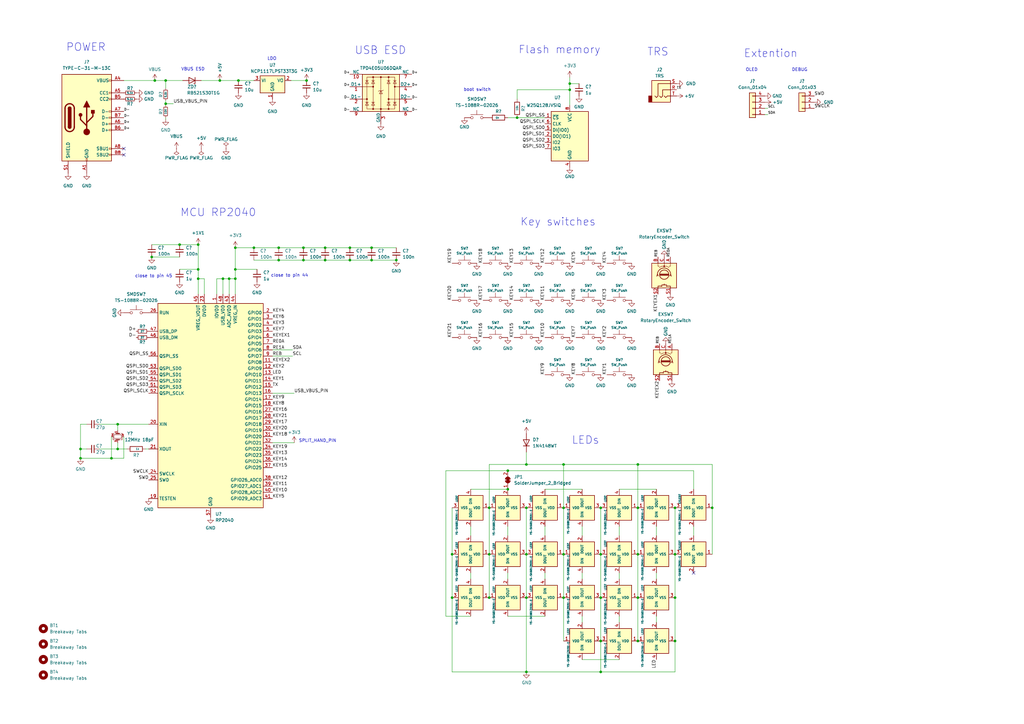
<source format=kicad_sch>
(kicad_sch (version 20231120) (generator "eeschema") (generator_version "8.0")
  (paper "A3")
  (title_block (title "Corne Left") (date "2023-10-07") (rev "4.0.0") (company "foostan"))
  (junction (at 215.9 208.28))
  (junction (at 215.9 190.5))
  (junction (at 162.56 106.68))
  (junction (at 276.86 262.89))
  (junction (at 104.14 101.6))
  (junction (at 200.66 245.11))
  (junction (at 231.14 245.11))
  (junction (at 48.26 184.15))
  (junction (at 81.28 100.33))
  (junction (at 276.86 208.28))
  (junction (at 246.38 262.89))
  (junction (at 246.38 227.33))
  (junction (at 62.23 105.41))
  (junction (at 215.9 227.33))
  (junction (at 96.52 101.6))
  (junction (at 185.42 245.11))
  (junction (at 97.79 33.02))
  (junction (at 114.3 101.6))
  (junction (at 152.4 106.68))
  (junction (at 152.4 101.6))
  (junction (at 133.35 106.68))
  (junction (at 90.17 33.02))
  (junction (at 133.35 101.6))
  (junction (at 276.86 245.11))
  (junction (at 215.9 245.11))
  (junction (at 261.62 190.5))
  (junction (at 208.28 193.04))
  (junction (at 231.14 227.33))
  (junction (at 246.38 245.11))
  (junction (at 125.73 33.02))
  (junction (at 93.98 114.3))
  (junction (at 73.66 100.33))
  (junction (at 81.28 114.3))
  (junction (at 67.945 42.545))
  (junction (at 48.26 173.99))
  (junction (at 233.68 36.83))
  (junction (at 45.72 187.96))
  (junction (at 212.09 48.26))
  (junction (at 33.02 184.15))
  (junction (at 215.9 275.59))
  (junction (at 33.02 187.96))
  (junction (at 63.5 33.02))
  (junction (at 114.3 106.68))
  (junction (at 261.62 227.33))
  (junction (at 246.38 275.59))
  (junction (at 261.62 208.28))
  (junction (at 91.44 114.3))
  (junction (at 67.945 33.02))
  (junction (at 231.14 190.5))
  (junction (at 261.62 262.89))
  (junction (at 96.52 114.3))
  (junction (at 96.52 110.49))
  (junction (at 143.51 106.68))
  (junction (at 261.62 245.11))
  (junction (at 124.46 106.68))
  (junction (at 124.46 101.6))
  (junction (at 200.66 227.33))
  (junction (at 81.28 110.49))
  (junction (at 233.68 34.29))
  (junction (at 231.14 208.28))
  (junction (at 208.28 200.66))
  (junction (at 292.1 208.28))
  (junction (at 276.86 227.33))
  (junction (at 143.51 101.6))
  (junction (at 185.42 227.33))
  (junction (at 200.66 208.28))
  (junction (at 246.38 208.28))
  (no_connect (at 50.8 60.96))
  (no_connect (at 284.48 234.95))
  (no_connect (at 50.8 63.5))
  (wire (pts (xy 261.62 208.28) (xy 261.62 227.33)))
  (wire (pts (xy 91.44 114.3) (xy 93.98 114.3)))
  (wire (pts (xy 62.23 100.33) (xy 73.66 100.33)))
  (wire (pts (xy 96.52 110.49) (xy 105.41 110.49)))
  (wire (pts (xy 261.62 190.5) (xy 292.1 190.5)))
  (wire (pts (xy 233.68 34.29) (xy 233.68 36.83)))
  (wire (pts (xy 133.35 106.68) (xy 143.51 106.68)))
  (wire (pts (xy 185.42 227.33) (xy 185.42 245.11)))
  (wire (pts (xy 83.82 114.3) (xy 81.28 114.3)))
  (wire (pts (xy 233.68 36.83) (xy 233.68 43.18)))
  (wire (pts (xy 276.86 208.28) (xy 276.86 227.33)))
  (wire (pts (xy 81.28 110.49) (xy 81.28 114.3)))
  (wire (pts (xy 33.02 187.96) (xy 45.72 187.96)))
  (wire (pts (xy 104.14 101.6) (xy 114.3 101.6)))
  (wire (pts (xy 96.52 120.65) (xy 96.52 114.3)))
  (wire (pts (xy 185.42 275.59) (xy 215.9 275.59)))
  (wire (pts (xy 48.26 184.15) (xy 48.26 181.61)))
  (wire (pts (xy 231.14 245.11) (xy 231.14 262.89)))
  (wire (pts (xy 246.38 245.11) (xy 246.38 262.89)))
  (wire (pts (xy 208.28 48.26) (xy 212.09 48.26)))
  (wire (pts (xy 45.72 179.07) (xy 45.72 187.96)))
  (wire (pts (xy 246.38 227.33) (xy 246.38 245.11)))
  (wire (pts (xy 111.76 161.29) (xy 120.65 161.29)))
  (wire (pts (xy 67.945 33.02) (xy 74.93 33.02)))
  (wire (pts (xy 212.09 36.83) (xy 212.09 40.64)))
  (wire (pts (xy 143.51 106.68) (xy 152.4 106.68)))
  (wire (pts (xy 254 270.51) (xy 238.76 270.51)))
  (wire (pts (xy 182.88 193.04) (xy 182.88 252.73)))
  (wire (pts (xy 114.3 101.6) (xy 124.46 101.6)))
  (wire (pts (xy 124.46 106.68) (xy 133.35 106.68)))
  (wire (pts (xy 182.88 193.04) (xy 208.28 193.04)))
  (wire (pts (xy 111.76 143.51) (xy 120.015 143.51)))
  (wire (pts (xy 261.62 190.5) (xy 261.62 208.28)))
  (wire (pts (xy 96.52 110.49) (xy 96.52 114.3)))
  (wire (pts (xy 314.96 44.45) (xy 313.69 44.45)))
  (wire (pts (xy 231.14 190.5) (xy 261.62 190.5)))
  (wire (pts (xy 208.28 193.04) (xy 284.48 193.04)))
  (wire (pts (xy 91.44 114.3) (xy 91.44 120.65)))
  (wire (pts (xy 33.02 184.15) (xy 33.02 187.96)))
  (wire (pts (xy 238.76 219.71) (xy 238.76 215.9)))
  (wire (pts (xy 59.69 184.15) (xy 60.96 184.15)))
  (wire (pts (xy 96.52 101.6) (xy 104.14 101.6)))
  (wire (pts (xy 254 215.9) (xy 254 219.71)))
  (wire (pts (xy 238.76 237.49) (xy 238.76 234.95)))
  (wire (pts (xy 215.9 208.28) (xy 215.9 227.33)))
  (wire (pts (xy 40.64 184.15) (xy 48.26 184.15)))
  (wire (pts (xy 215.9 245.11) (xy 215.9 275.59)))
  (wire (pts (xy 81.28 100.33) (xy 81.28 110.49)))
  (wire (pts (xy 73.66 110.49) (xy 81.28 110.49)))
  (wire (pts (xy 67.945 42.545) (xy 67.945 43.18)))
  (wire (pts (xy 124.46 101.6) (xy 133.35 101.6)))
  (wire (pts (xy 208.28 219.71) (xy 208.28 215.9)))
  (wire (pts (xy 40.64 173.99) (xy 48.26 173.99)))
  (wire (pts (xy 276.86 275.59) (xy 246.38 275.59)))
  (wire (pts (xy 200.66 190.5) (xy 200.66 208.28)))
  (wire (pts (xy 215.9 275.59) (xy 246.38 275.59)))
  (wire (pts (xy 269.24 215.9) (xy 269.24 219.71)))
  (wire (pts (xy 81.28 120.65) (xy 81.28 114.3)))
  (wire (pts (xy 233.68 31.75) (xy 233.68 34.29)))
  (wire (pts (xy 215.9 190.5) (xy 231.14 190.5)))
  (wire (pts (xy 292.1 208.28) (xy 292.1 227.33)))
  (wire (pts (xy 238.76 252.73) (xy 238.76 255.27)))
  (wire (pts (xy 231.14 227.33) (xy 231.14 245.11)))
  (wire (pts (xy 238.76 200.66) (xy 223.52 200.66)))
  (wire (pts (xy 93.98 114.3) (xy 93.98 120.65)))
  (wire (pts (xy 223.52 234.95) (xy 223.52 237.49)))
  (wire (pts (xy 208.28 200.66) (xy 193.04 200.66)))
  (wire (pts (xy 33.02 184.15) (xy 35.56 184.15)))
  (wire (pts (xy 90.17 33.02) (xy 97.79 33.02)))
  (wire (pts (xy 83.82 120.65) (xy 83.82 114.3)))
  (wire (pts (xy 208.28 252.73) (xy 223.52 252.73)))
  (wire (pts (xy 97.79 33.02) (xy 104.14 33.02)))
  (wire (pts (xy 88.9 114.3) (xy 91.44 114.3)))
  (wire (pts (xy 133.35 101.6) (xy 143.51 101.6)))
  (wire (pts (xy 254 234.95) (xy 254 237.49)))
  (wire (pts (xy 193.04 215.9) (xy 193.04 219.71)))
  (wire (pts (xy 314.96 46.99) (xy 313.69 46.99)))
  (wire (pts (xy 48.26 184.15) (xy 52.07 184.15)))
  (wire (pts (xy 233.68 34.29) (xy 237.49 34.29)))
  (wire (pts (xy 50.8 187.96) (xy 45.72 187.96)))
  (wire (pts (xy 284.48 215.9) (xy 284.48 219.71)))
  (wire (pts (xy 269.24 234.95) (xy 269.24 237.49)))
  (wire (pts (xy 67.945 41.275) (xy 67.945 42.545)))
  (wire (pts (xy 96.52 101.6) (xy 96.52 110.49)))
  (wire (pts (xy 246.38 262.89) (xy 246.38 275.59)))
  (wire (pts (xy 215.9 190.5) (xy 200.66 190.5)))
  (wire (pts (xy 71.12 42.545) (xy 67.945 42.545)))
  (wire (pts (xy 152.4 106.68) (xy 162.56 106.68)))
  (wire (pts (xy 223.52 219.71) (xy 223.52 215.9)))
  (wire (pts (xy 152.4 101.6) (xy 162.56 101.6)))
  (wire (pts (xy 88.9 114.3) (xy 88.9 120.65)))
  (wire (pts (xy 292.1 190.5) (xy 292.1 208.28)))
  (wire (pts (xy 73.66 100.33) (xy 81.28 100.33)))
  (wire (pts (xy 63.5 33.02) (xy 67.945 33.02)))
  (wire (pts (xy 96.52 114.3) (xy 93.98 114.3)))
  (wire (pts (xy 233.68 36.83) (xy 212.09 36.83)))
  (wire (pts (xy 276.86 245.11) (xy 276.86 262.89)))
  (wire (pts (xy 261.62 227.33) (xy 261.62 245.11)))
  (wire (pts (xy 67.945 36.195) (xy 67.945 33.02)))
  (wire (pts (xy 269.24 252.73) (xy 269.24 255.27)))
  (wire (pts (xy 231.14 208.28) (xy 231.14 227.33)))
  (wire (pts (xy 111.76 146.05) (xy 120.015 146.05)))
  (wire (pts (xy 48.26 173.99) (xy 60.96 173.99)))
  (wire (pts (xy 50.8 179.07) (xy 50.8 187.96)))
  (wire (pts (xy 212.09 48.26) (xy 223.52 48.26)))
  (wire (pts (xy 50.8 33.02) (xy 63.5 33.02)))
  (wire (pts (xy 208.28 237.49) (xy 208.28 234.95)))
  (wire (pts (xy 114.3 106.68) (xy 124.46 106.68)))
  (wire (pts (xy 276.86 227.33) (xy 276.86 245.11)))
  (wire (pts (xy 185.42 245.11) (xy 185.42 275.59)))
  (wire (pts (xy 143.51 101.6) (xy 152.4 101.6)))
  (wire (pts (xy 193.04 234.95) (xy 193.04 237.49)))
  (wire (pts (xy 284.48 193.04) (xy 284.48 200.66)))
  (wire (pts (xy 67.945 48.26) (xy 67.945 48.895)))
  (wire (pts (xy 254 200.66) (xy 269.24 200.66)))
  (wire (pts (xy 246.38 208.28) (xy 246.38 227.33)))
  (wire (pts (xy 276.86 262.89) (xy 276.86 275.59)))
  (wire (pts (xy 82.55 33.02) (xy 90.17 33.02)))
  (wire (pts (xy 215.9 227.33) (xy 215.9 245.11)))
  (wire (pts (xy 193.04 252.73) (xy 182.88 252.73)))
  (wire (pts (xy 48.26 176.53) (xy 48.26 173.99)))
  (wire (pts (xy 185.42 208.28) (xy 185.42 227.33)))
  (wire (pts (xy 215.9 185.42) (xy 215.9 190.5)))
  (wire (pts (xy 62.23 105.41) (xy 73.66 105.41)))
  (wire (pts (xy 104.14 106.68) (xy 114.3 106.68)))
  (wire (pts (xy 33.02 173.99) (xy 33.02 184.15)))
  (wire (pts (xy 111.76 181.61) (xy 120.65 181.61)))
  (wire (pts (xy 200.66 208.28) (xy 200.66 227.33)))
  (wire (pts (xy 254 252.73) (xy 254 255.27)))
  (wire (pts (xy 119.38 33.02) (xy 125.73 33.02)))
  (wire (pts (xy 35.56 173.99) (xy 33.02 173.99)))
  (wire (pts (xy 200.66 227.33) (xy 200.66 245.11)))
  (wire (pts (xy 261.62 245.11) (xy 261.62 262.89)))
  (wire (pts (xy 231.14 190.5) (xy 231.14 208.28)))
  (text "MCU RP2040" (at 73.914 89.154 0) (effects (font (size 3.175 3.175)) (justify left bottom)))
  (text "Key switches" (at 213.36 92.964 0) (effects (font (size 3.175 3.175)) (justify left bottom)))
  (text "OLED" (at 305.816 29.464 0) (effects (font (size 1.27 1.27)) (justify left bottom)))
  (text "close to pin 45" (at 55.372 114.046 0) (effects (font (size 1.27 1.27)) (justify left bottom)))
  (text "DEBUG" (at 324.739 29.464 0) (effects (font (size 1.27 1.27)) (justify left bottom)))
  (text "USB ESD" (at 145.415 22.606 0) (effects (font (size 3.175 3.175)) (justify left bottom)))
  (text "LDO" (at 109.601 24.892 0) (effects (font (size 1.27 1.27)) (justify left bottom)))
  (text "Flash memory" (at 212.598 22.352 0) (effects (font (size 3.175 3.175)) (justify left bottom)))
  (text "POWER\n" (at 27.051 21.336 0) (effects (font (size 3.175 3.175)) (justify left bottom)))
  (text "LEDs" (at 234.442 182.499 0) (effects (font (size 3.175 3.175)) (justify left bottom)))
  (text "Extention" (at 305.054 23.876 0) (effects (font (size 3.175 3.175)) (justify left bottom)))
  (text "TRS" (at 265.43 23.241 0) (effects (font (size 3.175 3.175)) (justify left bottom)))
  (text "VBUS ESD" (at 74.295 29.21 0) (effects (font (size 1.27 1.27)) (justify left bottom)))
  (text "SPLIT_HAND_PIN" (at 122.555 181.61 0) (effects (font (size 1.27 1.27)) (justify left bottom)))
  (text "boot switch" (at 190.119 37.592 0) (effects (font (size 1.27 1.27)) (justify left bottom)))
  (text "close to pin 44" (at 111.125 113.792 0) (effects (font (size 1.27 1.27)) (justify left bottom)))
  (label "KEY8" (at 111.76 166.37 0))
  (label "KEY9" (at 111.76 163.83 0))
  (label "KEY8" (at 236.22 153.67 90))
  (label "QSPI_SD2" (at 60.96 156.21 180))
  (label "SCL" (at 314.96 44.45 0) (effects (font (size 1 1))))
  (label "USB_VBUS_PIN" (at 120.65 161.29 0))
  (label "KEY3" (at 248.92 123.19 90))
  (label "QSPI_SCLK" (at 60.96 161.29 180))
  (label "RE1A" (at 111.76 143.51 0))
  (label "KEY2" (at 111.76 151.13 0))
  (label "D+" (at 55.88 135.89 180))
  (label "D+" (at 168.91 35.56 0) (effects (font (size 1 1))))
  (label "REB" (at 111.76 146.05 0))
  (label "D-" (at 55.88 138.43 180))
  (label "QSPI_SS" (at 223.52 48.26 180))
  (label "SDA" (at 314.96 46.99 0) (effects (font (size 1 1))))
  (label "D+" (at 143.51 30.48 180) (effects (font (size 1 1))))
  (label "REB" (at 270.51 140.97 90) (effects (font (size 1 1))))
  (label "KEY5" (at 236.22 107.95 90))
  (label "RE0A" (at 274.955 105.41 90) (effects (font (size 1 1))))
  (label "LED" (at 111.76 153.67 0))
  (label "KEY21" (at 185.42 138.43 90))
  (label "KEY17" (at 111.76 173.99 0))
  (label "KEY1" (at 111.76 156.21 0))
  (label "TX" (at 111.76 158.75 0))
  (label "KEY5" (at 111.76 204.47 0))
  (label "D+" (at 50.8 50.8 0) (effects (font (size 1 1))))
  (label "KEY16" (at 111.76 168.91 0))
  (label "KEY3" (at 111.76 133.35 0))
  (label "KEYEX2" (at 111.76 148.59 0))
  (label "D+" (at 143.51 35.56 180) (effects (font (size 1 1))))
  (label "KEY17" (at 198.12 123.19 90))
  (label "KEY10" (at 111.76 201.93 0))
  (label "D-" (at 50.8 48.26 0) (effects (font (size 1 1))))
  (label "QSPI_SD1" (at 60.96 153.67 180))
  (label "KEY4" (at 111.76 128.27 0))
  (label "QSPI_SD0" (at 223.52 53.34 180))
  (label "KEY20" (at 111.76 176.53 0))
  (label "QSPI_SD1" (at 223.52 55.88 180))
  (label "SWCLK" (at 334.01 44.45 0))
  (label "D+" (at 168.91 30.48 0) (effects (font (size 1 1))))
  (label "SCL" (at 120.015 146.05 0))
  (label "QSPI_SCLK" (at 223.52 50.8 180))
  (label "D-" (at 168.91 45.72 0) (effects (font (size 1 1))))
  (label "KEY20" (at 185.42 123.19 90))
  (label "KEY4" (at 248.92 107.95 90))
  (label "KEY11" (at 111.76 199.39 0))
  (label "KEY14" (at 111.76 189.23 0))
  (label "TX" (at 277.495 36.83 0) (effects (font (size 1 1))))
  (label "RE0A" (at 111.76 140.97 0))
  (label "D+" (at 50.8 53.34 0) (effects (font (size 1 1))))
  (label "KEY18" (at 198.12 107.95 90))
  (label "QSPI_SS" (at 60.96 146.05 180))
  (label "KEYEX1" (at 269.875 120.65 270))
  (label "KEY7" (at 236.22 138.43 90))
  (label "USB_VBUS_PIN" (at 71.12 42.545 0))
  (label "KEY14" (at 210.82 123.19 90))
  (label "RE1A" (at 275.59 140.97 90) (effects (font (size 1 1))))
  (label "SWCLK" (at 60.96 194.31 180))
  (label "KEY1" (at 248.92 153.67 90))
  (label "KEY2" (at 248.92 138.43 90))
  (label "QSPI_SD2" (at 223.52 58.42 180))
  (label "QSPI_SD3" (at 223.52 60.96 180))
  (label "SWD" (at 334.01 39.37 0))
  (label "KEY13" (at 111.76 186.69 0))
  (label "KEY18" (at 111.76 179.07 0))
  (label "KEY7" (at 111.76 135.89 0))
  (label "KEY6" (at 236.22 123.19 90))
  (label "D-" (at 168.91 40.64 0) (effects (font (size 1 1))))
  (label "KEY9" (at 223.52 153.67 90))
  (label "KEY15" (at 111.76 191.77 0))
  (label "KEY13" (at 210.82 107.95 90))
  (label "KEYEX2" (at 270.51 156.21 270))
  (label "KEY15" (at 210.82 138.43 90))
  (label "KEY10" (at 223.52 138.43 90))
  (label "SDA" (at 120.015 143.51 0))
  (label "D-" (at 143.51 40.64 180) (effects (font (size 1 1))))
  (label "LED" (at 269.24 270.51 270))
  (label "KEYEX1" (at 111.76 138.43 0))
  (label "KEY12" (at 223.52 107.95 90))
  (label "D-" (at 143.51 45.72 180) (effects (font (size 1 1))))
  (label "SWD" (at 60.96 196.85 180))
  (label "D-" (at 50.8 45.72 0) (effects (font (size 1 1))))
  (label "KEY6" (at 111.76 130.81 0))
  (label "REB" (at 269.875 105.41 90) (effects (font (size 1 1))))
  (label "KEY19" (at 111.76 184.15 0))
  (label "KEY16" (at 198.12 138.43 90))
  (label "QSPI_SD3" (at 60.96 158.75 180))
  (label "KEY19" (at 185.42 107.95 90))
  (label "QSPI_SD0" (at 60.96 151.13 180))
  (label "KEY11" (at 223.52 123.19 90))
  (label "KEY12" (at 111.76 196.85 0))
  (label "KEY21" (at 111.76 171.45 0))
  (symbol (lib_id "power:GND") (at 55.88 38.1 90) (unit 1)
    (property "Reference" "#PWR?" (effects (hide yes)))
    (property "Value" "GND" (at 59.055 38.1 90) (effects (justify right)))
    (instances (project "corne-cherry" (path "" (reference "#PWR?") (unit 1)) (path "" (reference "#PWR05") (unit 1))))
  )
  (symbol (lib_id "power:GND") (at 233.68 153.67 0) (unit 1)
    (property "Reference" "#PWR?" (effects (hide yes)))
    (property "Value" "GND" (at 233.68 158.115 0))
    (instances (project "corne-cherry" (path "" (reference "#PWR?") (unit 1)) (path "" (reference "#PWR044") (unit 1))))
  )
  (symbol (lib_id "power:GND") (at 195.58 138.43 0) (unit 1)
    (property "Reference" "#PWR?" (effects (hide yes)))
    (property "Value" "GND" (at 195.58 142.875 0))
    (instances (project "corne-cherry" (path "" (reference "#PWR?") (unit 1)) (path "" (reference "#PWR030") (unit 1))))
  )
  (symbol (lib_id "power:GND") (at 273.05 140.97 180) (unit 1)
    (property "Reference" "#PWR?" (effects (hide yes)))
    (property "Value" "GND" (at 273.05 135.89 90))
    (instances (project "corne-cherry" (path "" (reference "#PWR?") (unit 1)) (path "" (reference "#PWR055") (unit 1))))
  )
  (symbol (lib_id "power:GND") (at 55.88 40.64 90) (unit 1)
    (property "Reference" "#PWR?" (effects (hide yes)))
    (property "Value" "GND" (at 59.055 40.64 90) (effects (justify right)))
    (instances (project "corne-cherry" (path "" (reference "#PWR?") (unit 1)) (path "" (reference "#PWR06") (unit 1))))
  )
  (symbol (lib_id "kbd_local:YS-SK6812MINI-E") (at 208.28 227.33 90) (unit 1)
    (property "Reference" "LED?" (at 202.565 225.425 0) (effects (font (size 0.7366 0.7366)) (justify left)))
    (property "Value" "YS-SK6812MINI-E" (at 202.565 238.125 0) (effects (font (size 0.7366 0.7366)) (justify left)))
    (property "Footprint" "kbd_local:YS-SK6812MINI-E" (effects (hide yes)))
    (instances (project "corne-cherry" (path "" (reference "LED?") (unit 1)) (path "" (reference "LED17") (unit 1))))
  )
  (symbol (lib_id "Device:R_Small") (at 58.42 135.89 90) (unit 1)
    (property "Reference" "R?" (at 58.42 133.985 90))
    (property "Value" "27" (at 58.42 135.89 90) (effects (font (size 0.762 0.762))))
    (property "Footprint" "Resistor_SMD:R_0402_1005Metric" (effects (hide yes)))
    (instances (project "corne-cherry" (path "" (reference "R?") (unit 1)) (path "" (reference "R4") (unit 1))))
  )
  (symbol (lib_id "Switch:SW_Push") (at 241.3 107.95 0) (unit 1)
    (property "Reference" "SW?" (at 241.3 101.854 0) (effects (font (size 1 1))))
    (property "Value" "SW_Push" (at 241.3 103.886 0) (effects (font (size 1 1))))
    (property "Footprint" "kbd:keyswitch_cherrymx_hotswap_1u" (effects (hide yes)))
    (instances (project "corne-cherry" (path "" (reference "SW?") (unit 1)) (path "" (reference "SW5") (unit 1))))
  )
  (symbol (lib_id "power:+3V3") (at 233.68 31.75 0) (unit 1)
    (property "Reference" "#PWR?" (effects (hide yes)))
    (property "Value" "+3V3" (at 233.68 26.924 0))
    (instances (project "corne-cherry" (path "" (reference "#PWR?") (unit 1)) (path "" (reference "#PWR039") (unit 1))))
  )
  (symbol (lib_id "kbd_local:YS-SK6812MINI-E") (at 254 227.33 270) (unit 1)
    (property "Reference" "LED?" (at 248.285 221.615 0) (effects (font (size 0.7366 0.7366)) (justify left)))
    (property "Value" "YS-SK6812MINI-E" (at 248.285 227.965 0) (effects (font (size 0.7366 0.7366)) (justify left)))
    (property "Footprint" "kbd_local:YS-SK6812MINI-E" (effects (hide yes)))
    (instances (project "corne-cherry" (path "" (reference "LED?") (unit 1)) (path "" (reference "LED6") (unit 1))))
  )
  (symbol (lib_id "power:GND") (at 208.28 123.19 0) (unit 1)
    (property "Reference" "#PWR?" (effects (hide yes)))
    (property "Value" "GND" (at 208.28 127.635 0))
    (instances (project "corne-cherry" (path "" (reference "#PWR?") (unit 1)) (path "" (reference "#PWR032") (unit 1))))
  )
  (symbol (lib_id "kbd_local:YS-SK6812MINI-E") (at 269.24 208.28 90) (unit 1)
    (property "Reference" "LED?" (at 263.525 205.74 0) (effects (font (size 0.7366 0.7366)) (justify left)))
    (property "Value" "YS-SK6812MINI-E" (at 263.525 219.075 0) (effects (font (size 0.7366 0.7366)) (justify left)))
    (property "Footprint" "kbd_local:YS-SK6812MINI-E" (effects (hide yes)))
    (instances (project "corne-cherry" (path "" (reference "LED?") (unit 1)) (path "" (reference "LED4") (unit 1))))
  )
  (symbol (lib_id "power:GND") (at 220.98 138.43 0) (unit 1)
    (property "Reference" "#PWR?" (effects (hide yes)))
    (property "Value" "GND" (at 220.98 142.875 0))
    (instances (project "corne-cherry" (path "" (reference "#PWR?") (unit 1)) (path "" (reference "#PWR038") (unit 1))))
  )
  (symbol (lib_name "SW_Push_1") (lib_id "Switch:SW_Push") (at 254 107.95 0) (unit 1)
    (property "Reference" "SW?" (at 254 101.854 0) (effects (font (size 1 1))))
    (property "Value" "SW_Push" (at 254 103.886 0) (effects (font (size 1 1))))
    (property "Footprint" "kbd:keyswitch_cherrymx_hotswap_1u" (effects (hide yes)))
    (instances (project "corne-cherry" (path "" (reference "SW?") (unit 1)) (path "" (reference "SW4") (unit 1))))
  )
  (symbol (lib_id "power:+3V3") (at 125.73 33.02 0) (unit 1)
    (property "Reference" "#PWR?" (effects (hide yes)))
    (property "Value" "+3V3" (at 125.73 28.702 0))
    (instances (project "corne-cherry" (path "" (reference "#PWR?") (unit 1)) (path "" (reference "#PWR023") (unit 1))))
  )
  (symbol (lib_id "Device:R_Small") (at 67.945 45.72 0) (unit 1)
    (property "Reference" "R?" (at 66.04 45.72 90))
    (property "Value" "10K" (at 67.945 45.72 90) (effects (font (size 0.762 0.762))))
    (property "Footprint" "Resistor_SMD:R_0402_1005Metric" (effects (hide yes)))
    (instances (project "corne-cherry" (path "" (reference "R?") (unit 1)) (path "" (reference "R9") (unit 1))))
  )
  (symbol (lib_id "power:GND") (at 233.68 123.19 0) (unit 1)
    (property "Reference" "#PWR?" (effects (hide yes)))
    (property "Value" "GND" (at 233.68 127.635 0))
    (instances (project "corne-cherry" (path "" (reference "#PWR?") (unit 1)) (path "" (reference "#PWR042") (unit 1))))
  )
  (symbol (lib_id "Switch:SW_Push") (at 228.6 107.95 0) (unit 1)
    (property "Reference" "SW?" (at 228.6 101.854 0) (effects (font (size 1 1))))
    (property "Value" "SW_Push" (at 228.6 103.886 0) (effects (font (size 1 1))))
    (property "Footprint" "kbd:keyswitch_cherrymx_hotswap_1u" (effects (hide yes)))
    (instances (project "corne-cherry" (path "" (reference "SW?") (unit 1)) (path "" (reference "SW12") (unit 1))))
  )
  (symbol (lib_id "Switch:SW_Push") (at 241.3 138.43 0) (unit 1)
    (property "Reference" "SW?" (at 241.3 132.334 0) (effects (font (size 1 1))))
    (property "Value" "SW_Push" (at 241.3 134.366 0) (effects (font (size 1 1))))
    (property "Footprint" "kbd:keyswitch_cherrymx_hotswap_1u" (effects (hide yes)))
    (instances (project "corne-cherry" (path "" (reference "SW?") (unit 1)) (path "" (reference "SW7") (unit 1))))
  )
  (symbol (lib_id "power:VBUS") (at 72.39 60.96 0) (unit 1)
    (property "Reference" "#PWR?" (effects (hide yes)))
    (property "Value" "VBUS" (at 72.39 55.88 0))
    (instances (project "corne-cherry" (path "" (reference "#PWR?") (unit 1)) (path "" (reference "#PWR011") (unit 1))))
  )
  (symbol (lib_id "MCU_RaspberryPi:RP2040") (at 86.36 166.37 0) (unit 1)
    (property "Reference" "U?" (at 88.3159 210.82 0) (effects (justify left)))
    (property "Value" "RP2040" (at 88.3159 213.36 0) (effects (justify left)))
    (property "Footprint" "Package_DFN_QFN:QFN-56-1EP_7x7mm_P0.4mm_EP3.2x3.2mm" (effects (hide yes)))
    (property "Datasheet" "https://datasheets.raspberrypi.com/rp2040/rp2040-datasheet.pdf" (effects (hide yes)))
    (property "JLCPCB Part #" "C2040" (effects (hide yes)))
    (instances (project "corne-cherry" (path "" (reference "U?") (unit 1)) (path "" (reference "U1") (unit 1))))
  )
  (symbol (lib_id "power:GND") (at 35.56 71.12 0) (unit 1)
    (property "Reference" "#PWR?" (effects (hide yes)))
    (property "Value" "GND" (at 35.56 76.2 0))
    (instances (project "corne-cherry" (path "" (reference "#PWR?") (unit 1)) (path "" (reference "#PWR03") (unit 1))))
  )
  (symbol (lib_id "Switch:SW_Push") (at 190.5 138.43 0) (unit 1)
    (property "Reference" "SW?" (at 190.5 132.334 0) (effects (font (size 1 1))))
    (property "Value" "SW_Push" (at 190.5 134.366 0) (effects (font (size 1 1))))
    (property "Footprint" "kbd:keyswitch_cherrymx_hotswap_1u" (effects (hide yes)))
    (instances (project "corne-cherry" (path "" (reference "SW?") (unit 1)) (path "" (reference "SW21") (unit 1))))
  )
  (symbol (lib_id "power:GND") (at 259.08 138.43 0) (unit 1)
    (property "Reference" "#PWR?" (effects (hide yes)))
    (property "Value" "GND" (at 259.08 142.875 0))
    (instances (project "corne-cherry" (path "" (reference "#PWR?") (unit 1)) (path "" (reference "#PWR052") (unit 1))))
  )
  (symbol (lib_id "kbd_local:YS-SK6812MINI-E") (at 208.28 208.28 90) (unit 1)
    (property "Reference" "LED?" (at 202.565 206.375 0) (effects (font (size 0.7366 0.7366)) (justify left)))
    (property "Value" "YS-SK6812MINI-E" (at 202.565 219.71 0) (effects (font (size 0.7366 0.7366)) (justify left)))
    (property "Footprint" "kbd_local:YS-SK6812MINI-E" (effects (hide yes)))
    (instances (project "corne-cherry" (path "" (reference "LED?") (unit 1)) (path "" (reference "LED18") (unit 1))))
  )
  (symbol (lib_id "power:GND") (at 215.9 275.59 0) (unit 1)
    (property "Reference" "#PWR?" (effects (hide yes)))
    (property "Value" "GND" (at 216.027 279.9842 0))
    (instances (project "corne-cherry" (path "" (reference "#PWR?") (unit 1)) (path "" (reference "#PWR035") (unit 1))))
  )
  (symbol (lib_id "Switch:SW_Push") (at 190.5 107.95 0) (unit 1)
    (property "Reference" "SW?" (at 190.5 101.854 0) (effects (font (size 1 1))))
    (property "Value" "SW_Push" (at 190.5 103.886 0) (effects (font (size 1 1))))
    (property "Footprint" "kbd:keyswitch_cherrymx_hotswap_1u" (effects (hide yes)))
    (instances (project "corne-cherry" (path "" (reference "SW?") (unit 1)) (path "" (reference "SW19") (unit 1))))
  )
  (symbol (lib_id "power:GND") (at 105.41 115.57 0) (unit 1)
    (property "Reference" "#PWR?" (effects (hide yes)))
    (property "Value" "GND" (at 105.41 120.015 0))
    (instances (project "corne-cherry" (path "" (reference "#PWR?") (unit 1)) (path "" (reference "#PWR020") (unit 1))))
  )
  (symbol (lib_id "kbd_local:YS-SK6812MINI-E") (at 238.76 227.33 90) (unit 1)
    (property "Reference" "LED?" (at 233.045 225.425 0) (effects (font (size 0.7366 0.7366)) (justify left)))
    (property "Value" "YS-SK6812MINI-E" (at 233.045 238.125 0) (effects (font (size 0.7366 0.7366)) (justify left)))
    (property "Footprint" "kbd_local:YS-SK6812MINI-E" (effects (hide yes)))
    (instances (project "corne-cherry" (path "" (reference "LED?") (unit 1)) (path "" (reference "LED11") (unit 1))))
  )
  (symbol (lib_id "kbd_local:YS-SK6812MINI-E") (at 269.24 245.11 90) (unit 1)
    (property "Reference" "LED?" (at 263.525 242.57 0) (effects (font (size 0.7366 0.7366)) (justify left)))
    (property "Value" "YS-SK6812MINI-E" (at 263.525 255.905 0) (effects (font (size 0.7366 0.7366)) (justify left)))
    (property "Footprint" "kbd_local:YS-SK6812MINI-E" (effects (hide yes)))
    (instances (project "corne-cherry" (path "" (reference "LED?") (unit 1)) (path "" (reference "LED2") (unit 1))))
  )
  (symbol (lib_id "Diode:1N4148WT") (at 215.9 181.61 90) (unit 1)
    (property "Reference" "D?" (at 218.44 180.34 90) (effects (justify right)))
    (property "Value" "1N4148WT" (at 218.44 182.88 90) (effects (justify right)))
    (property "Footprint" "Diode_SMD:D_SOD-523" (effects (hide yes)))
    (property "Datasheet" "https://www.diodes.com/assets/Datasheets/ds30396.pdf" (effects (hide yes)))
    (property "JLCPCB Part #" "C232841" (effects (hide yes)))
    (instances (project "corne-cherry" (path "" (reference "D?") (unit 1)) (path "" (reference "D1") (unit 1))))
  )
  (symbol (lib_id "power:GND") (at 195.58 107.95 0) (unit 1)
    (property "Reference" "#PWR?" (effects (hide yes)))
    (property "Value" "GND" (at 195.58 112.395 0))
    (instances (project "corne-cherry" (path "" (reference "#PWR?") (unit 1)) (path "" (reference "#PWR028") (unit 1))))
  )
  (symbol (lib_id "kbd_local:YS-SK6812MINI-E") (at 284.48 227.33 270) (unit 1)
    (property "Reference" "EXLED?" (at 278.765 221.615 0) (effects (font (size 0.7366 0.7366)) (justify left)))
    (property "Value" "YS-SK6812MINI-E" (at 278.765 227.965 0) (effects (font (size 0.7366 0.7366)) (justify left)))
    (property "Footprint" "kbd_local:YS-SK6812MINI-E" (effects (hide yes)))
    (instances (project "corne-cherry" (path "" (reference "EXLED?") (unit 1)) (path "" (reference "EXLED2") (unit 1))))
  )
  (symbol (lib_id "Switch:SW_Push") (at 241.3 123.19 0) (unit 1)
    (property "Reference" "SW?" (at 241.3 117.094 0) (effects (font (size 1 1))))
    (property "Value" "SW_Push" (at 241.3 119.126 0) (effects (font (size 1 1))))
    (property "Footprint" "kbd:keyswitch_cherrymx_hotswap_1u" (effects (hide yes)))
    (instances (project "corne-cherry" (path "" (reference "SW?") (unit 1)) (path "" (reference "SW6") (unit 1))))
  )
  (symbol (lib_id "power:+5V") (at 313.69 41.91 270) (unit 1)
    (property "Reference" "#PWR?" (effects (hide yes)))
    (property "Value" "+5V" (at 316.865 41.91 90) (effects (justify left)))
    (instances (project "corne-cherry" (path "" (reference "#PWR?") (unit 1)) (path "" (reference "#PWR061") (unit 1))))
  )
  (symbol (lib_id "Device:C_Small") (at 38.1 184.15 270) (unit 1)
    (property "Reference" "C?" (at 39.37 182.88 90) (effects (justify left)))
    (property "Value" "27p" (at 39.37 185.42 90) (effects (justify left)))
    (property "Footprint" "Capacitor_SMD:C_0402_1005Metric" (effects (hide yes)))
    (instances (project "corne-cherry" (path "" (reference "C?") (unit 1)) (path "" (reference "C2") (unit 1))))
  )
  (symbol (lib_id "power:GND") (at 220.98 123.19 0) (unit 1)
    (property "Reference" "#PWR?" (effects (hide yes)))
    (property "Value" "GND" (at 220.98 127.635 0))
    (instances (project "corne-cherry" (path "" (reference "#PWR?") (unit 1)) (path "" (reference "#PWR037") (unit 1))))
  )
  (symbol (lib_id "kbd_local:YS-SK6812MINI-E") (at 254 208.28 270) (unit 1)
    (property "Reference" "LED?" (at 248.285 203.2 0) (effects (font (size 0.7366 0.7366)) (justify left)))
    (property "Value" "YS-SK6812MINI-E" (at 248.285 208.915 0) (effects (font (size 0.7366 0.7366)) (justify left)))
    (property "Footprint" "kbd_local:YS-SK6812MINI-E" (effects (hide yes)))
    (instances (project "corne-cherry" (path "" (reference "LED?") (unit 1)) (path "" (reference "LED5") (unit 1))))
  )
  (symbol (lib_id "Switch:SW_Push") (at 254 153.67 0) (unit 1)
    (property "Reference" "SW?" (at 254 147.574 0) (effects (font (size 1 1))))
    (property "Value" "SW_Push" (at 254 149.606 0) (effects (font (size 1 1))))
    (property "Footprint" "kbd:keyswitch_cherrymx_hotswap_1.5u" (effects (hide yes)))
    (instances (project "corne-cherry" (path "" (reference "SW?") (unit 1)) (path "" (reference "SW1") (unit 1))))
  )
  (symbol (lib_id "Switch:SW_Push") (at 215.9 123.19 0) (unit 1)
    (property "Reference" "SW?" (at 215.9 117.094 0) (effects (font (size 1 1))))
    (property "Value" "SW_Push" (at 215.9 119.126 0) (effects (font (size 1 1))))
    (property "Footprint" "kbd:keyswitch_cherrymx_hotswap_1u" (effects (hide yes)))
    (instances (project "corne-cherry" (path "" (reference "SW?") (unit 1)) (path "" (reference "SW14") (unit 1))))
  )
  (symbol (lib_id "Mechanical:MountingHole") (at 17.78 264.16 0) (unit 1)
    (property "Reference" "BT2" (at 20.32 262.89 0) (effects (justify left)))
    (property "Value" "Breakaway Tabs" (at 20.32 265.43 0) (effects (justify left)))
    (property "Footprint" "kbd_local:Breakaway_Tabs" (effects (hide yes)))
  )
  (symbol (lib_id "Switch:SW_Push") (at 203.2 123.19 0) (unit 1)
    (property "Reference" "SW?" (at 203.2 117.094 0) (effects (font (size 1 1))))
    (property "Value" "SW_Push" (at 203.2 119.126 0) (effects (font (size 1 1))))
    (property "Footprint" "kbd:keyswitch_cherrymx_hotswap_1u" (effects (hide yes)))
    (instances (project "corne-cherry" (path "" (reference "SW?") (unit 1)) (path "" (reference "SW17") (unit 1))))
  )
  (symbol (lib_id "kbd_local:YS-SK6812MINI-E") (at 223.52 208.28 270) (unit 1)
    (property "Reference" "LED?" (at 217.805 203.2 0) (effects (font (size 0.7366 0.7366)) (justify left)))
    (property "Value" "YS-SK6812MINI-E" (at 217.805 208.915 0) (effects (font (size 0.7366 0.7366)) (justify left)))
    (property "Footprint" "kbd_local:YS-SK6812MINI-E" (effects (hide yes)))
    (instances (project "corne-cherry" (path "" (reference "LED?") (unit 1)) (path "" (reference "LED13") (unit 1))))
  )
  (symbol (lib_id "kbd_local:YS-SK6812MINI-E") (at 193.04 245.11 270) (unit 1)
    (property "Reference" "LED?" (at 187.325 240.03 0) (effects (font (size 0.7366 0.7366)) (justify left)))
    (property "Value" "YS-SK6812MINI-E" (at 187.325 245.745 0) (effects (font (size 0.7366 0.7366)) (justify left)))
    (property "Footprint" "kbd_local:YS-SK6812MINI-E" (effects (hide yes)))
    (instances (project "corne-cherry" (path "" (reference "LED?") (unit 1)) (path "" (reference "LED21") (unit 1))))
  )
  (symbol (lib_id "power:GND") (at 220.98 107.95 0) (unit 1)
    (property "Reference" "#PWR?" (effects (hide yes)))
    (property "Value" "GND" (at 220.98 112.395 0))
    (instances (project "corne-cherry" (path "" (reference "#PWR?") (unit 1)) (path "" (reference "#PWR036") (unit 1))))
  )
  (symbol (lib_id "power:GND") (at 233.68 68.58 0) (unit 1)
    (property "Reference" "#PWR?" (effects (hide yes)))
    (property "Value" "GND" (at 233.68 72.39 0))
    (instances (project "corne-cherry" (path "" (reference "#PWR?") (unit 1)) (path "" (reference "#PWR040") (unit 1))))
  )
  (symbol (lib_id "Device:R_Small") (at 67.945 38.735 0) (unit 1)
    (property "Reference" "R?" (at 66.04 38.735 90))
    (property "Value" "5.6k" (at 67.945 38.735 90) (effects (font (size 0.762 0.762))))
    (property "Footprint" "Resistor_SMD:R_0402_1005Metric" (effects (hide yes)))
    (instances (project "corne-cherry" (path "" (reference "R?") (unit 1)) (path "" (reference "R8") (unit 1))))
  )
  (symbol (lib_id "power:GND") (at 334.01 41.91 90) (unit 1)
    (property "Reference" "#PWR?" (effects (hide yes)))
    (property "Value" "GND" (at 337.82 41.91 90) (effects (justify right)))
    (instances (project "corne-cherry" (path "" (reference "#PWR?") (unit 1)) (path "" (reference "#PWR062") (unit 1))))
  )
  (symbol (lib_id "power:GND") (at 33.02 187.96 0) (unit 1)
    (property "Reference" "#PWR?" (effects (hide yes)))
    (property "Value" "GND" (at 33.02 192.405 0))
    (instances (project "corne-cherry" (path "" (reference "#PWR?") (unit 1)) (path "" (reference "#PWR02") (unit 1))))
  )
  (symbol (lib_id "power:GND") (at 50.8 128.27 270) (unit 1)
    (property "Reference" "#PWR?" (effects (hide yes)))
    (property "Value" "GND" (at 46.99 128.27 0))
    (instances (project "corne-cherry" (path "" (reference "#PWR?") (unit 1)) (path "" (reference "#PWR04") (unit 1))))
  )
  (symbol (lib_id "kbd_local:YS-SK6812MINI-E") (at 223.52 227.33 270) (unit 1)
    (property "Reference" "LED?" (at 217.805 222.25 0) (effects (font (size 0.7366 0.7366)) (justify left)))
    (property "Value" "YS-SK6812MINI-E" (at 217.805 227.965 0) (effects (font (size 0.7366 0.7366)) (justify left)))
    (property "Footprint" "kbd_local:YS-SK6812MINI-E" (effects (hide yes)))
    (instances (project "corne-cherry" (path "" (reference "LED?") (unit 1)) (path "" (reference "LED14") (unit 1))))
  )
  (symbol (lib_id "power:+3V3") (at 96.52 101.6 0) (unit 1)
    (property "Reference" "#PWR?" (effects (hide yes)))
    (property "Value" "+3V3" (at 96.52 96.52 0))
    (instances (project "corne-cherry" (path "" (reference "#PWR?") (unit 1)) (path "" (reference "#PWR018") (unit 1))))
  )
  (symbol (lib_id "Power_Protection:TPD4EUSB30") (at 156.21 38.1 0) (unit 1)
    (property "Reference" "U?" (at 156.21 25.4 0))
    (property "Value" "TPD4E05U06DQAR" (at 156.21 27.94 0))
    (property "Footprint" "Package_SON:USON-10_2.5x1.0mm_P0.5mm" (effects (hide yes)))
    (property "Datasheet" "http://www.ti.com/lit/ds/symlink/tpd2eusb30a.pdf" (effects (hide yes)))
    (property "JLCPCB Part #" "C138714" (effects (hide yes)))
    (instances (project "corne-cherry" (path "" (reference "U?") (unit 1)) (path "" (reference "U3") (unit 1))))
  )
  (symbol (lib_id "power:PWR_FLAG") (at 92.71 60.96 0) (unit 1)
    (property "Reference" "#FLG?" (effects (hide yes)))
    (property "Value" "PWR_FLAG" (at 92.71 57.15 0))
    (instances (project "corne-cherry" (path "" (reference "#FLG?") (unit 1)) (path "" (reference "#FLG03") (unit 1))))
  )
  (symbol (lib_id "kbd_local:YS-SK6812MINI-E") (at 193.04 208.28 270) (unit 1)
    (property "Reference" "LED?" (at 187.325 203.2 0) (effects (font (size 0.7366 0.7366)) (justify left)))
    (property "Value" "YS-SK6812MINI-E" (at 187.325 208.915 0) (effects (font (size 0.7366 0.7366)) (justify left)))
    (property "Footprint" "kbd_local:YS-SK6812MINI-E" (effects (hide yes)))
    (instances (project "corne-cherry" (path "" (reference "LED?") (unit 1)) (path "" (reference "LED19") (unit 1))))
  )
  (symbol (lib_id "Switch:SW_Push") (at 203.2 138.43 0) (unit 1)
    (property "Reference" "SW?" (at 203.2 132.334 0) (effects (font (size 1 1))))
    (property "Value" "SW_Push" (at 203.2 134.366 0) (effects (font (size 1 1))))
    (property "Footprint" "kbd:keyswitch_cherrymx_hotswap_1u" (effects (hide yes)))
    (instances (project "corne-cherry" (path "" (reference "SW?") (unit 1)) (path "" (reference "SW16") (unit 1))))
  )
  (symbol (lib_id "power:GND") (at 67.945 48.895 0) (unit 1)
    (property "Reference" "#PWR?" (effects (hide yes)))
    (property "Value" "GND" (at 67.945 53.34 0))
    (instances (project "corne-cherry" (path "" (reference "#PWR?") (unit 1)) (path "" (reference "#PWR010") (unit 1))))
  )
  (symbol (lib_id "Switch:SW_Push") (at 215.9 138.43 0) (unit 1)
    (property "Reference" "SW?" (at 215.9 132.334 0) (effects (font (size 1 1))))
    (property "Value" "SW_Push" (at 215.9 134.366 0) (effects (font (size 1 1))))
    (property "Footprint" "kbd:keyswitch_cherrymx_hotswap_1u" (effects (hide yes)))
    (instances (project "corne-cherry" (path "" (reference "SW?") (unit 1)) (path "" (reference "SW15") (unit 1))))
  )
  (symbol (lib_id "Device:RotaryEncoder_Switch") (at 273.05 148.59 270) (unit 1)
    (property "Reference" "EXSW?" (at 273.05 128.905 90))
    (property "Value" "RotaryEncoder_Switch" (at 273.05 131.445 90))
    (property "Footprint" "kbd_local:keyswitch_cherrymx_hotswap_1u_rotary_encoder_ec12" (effects (hide yes)))
    (instances (project "corne-cherry" (path "" (reference "EXSW?") (unit 1)) (path "" (reference "EXSW2") (unit 1))))
  )
  (symbol (lib_id "Switch:SW_Push") (at 203.2 107.95 0) (unit 1)
    (property "Reference" "SW?" (at 203.2 101.854 0) (effects (font (size 1 1))))
    (property "Value" "SW_Push" (at 203.2 103.886 0) (effects (font (size 1 1))))
    (property "Footprint" "kbd:keyswitch_cherrymx_hotswap_1u" (effects (hide yes)))
    (instances (project "corne-cherry" (path "" (reference "SW?") (unit 1)) (path "" (reference "SW18") (unit 1))))
  )
  (symbol (lib_id "power:GND") (at 233.68 107.95 0) (unit 1)
    (property "Reference" "#PWR?" (effects (hide yes)))
    (property "Value" "GND" (at 233.68 112.395 0))
    (instances (project "corne-cherry" (path "" (reference "#PWR?") (unit 1)) (path "" (reference "#PWR041") (unit 1))))
  )
  (symbol (lib_id "power:GND") (at 259.08 153.67 0) (unit 1)
    (property "Reference" "#PWR?" (effects (hide yes)))
    (property "Value" "GND" (at 259.08 158.115 0))
    (instances (project "corne-cherry" (path "" (reference "#PWR?") (unit 1)) (path "" (reference "#PWR053") (unit 1))))
  )
  (symbol (lib_id "Jumper:SolderJumper_2_Bridged") (at 208.28 196.85 90) (unit 1)
    (property "Reference" "JP1" (at 210.82 195.58 90) (effects (justify right)))
    (property "Value" "SolderJumper_2_Bridged" (at 210.82 198.12 90) (effects (justify right)))
    (property "Footprint" "Jumper:SolderJumper-2_P1.3mm_Open_RoundedPad1.0x1.5mm" (effects (hide yes)))
  )
  (symbol (lib_id "Device:C_Small") (at 124.46 104.14 0) (unit 1)
    (property "Reference" "C?" (at 127 102.87 0) (effects (justify left)))
    (property "Value" "100n" (at 127 105.41 0) (effects (justify left)))
    (property "Footprint" "Capacitor_SMD:C_0402_1005Metric" (effects (hide yes)))
    (instances (project "corne-cherry" (path "" (reference "C?") (unit 1)) (path "" (reference "C10") (unit 1))))
  )
  (symbol (lib_id "power:+3V3") (at 120.65 181.61 0) (unit 1)
    (property "Reference" "#PWR?" (effects (hide yes)))
    (property "Value" "+3V3" (at 120.65 177.292 0))
    (instances (project "corne-cherry" (path "" (reference "#PWR?") (unit 1)) (path "" (reference "#PWR022") (unit 1))))
  )
  (symbol (lib_id "power:GND") (at 73.66 115.57 0) (unit 1)
    (property "Reference" "#PWR?" (effects (hide yes)))
    (property "Value" "GND" (at 73.66 120.015 0))
    (instances (project "corne-cherry" (path "" (reference "#PWR?") (unit 1)) (path "" (reference "#PWR012") (unit 1))))
  )
  (symbol (lib_id "kbd_local:YS-SK6812MINI-E") (at 254 262.89 270) (unit 1)
    (property "Reference" "LED?" (at 248.285 257.175 0) (effects (font (size 0.7366 0.7366)) (justify left)))
    (property "Value" "YS-SK6812MINI-E" (at 248.285 263.525 0) (effects (font (size 0.7366 0.7366)) (justify left)))
    (property "Footprint" "kbd_local:YS-SK6812MINI-E" (effects (hide yes)))
    (instances (project "corne-cherry" (path "" (reference "LED?") (unit 1)) (path "" (reference "LED8") (unit 1))))
  )
  (symbol (lib_id "power:GND") (at 313.69 39.37 90) (unit 1)
    (property "Reference" "#PWR?" (effects (hide yes)))
    (property "Value" "GND" (at 318.77 39.37 90))
    (instances (project "corne-cherry" (path "" (reference "#PWR?") (unit 1)) (path "" (reference "#PWR060") (unit 1))))
  )
  (symbol (lib_id "Device:C_Small") (at 62.23 102.87 0) (unit 1)
    (property "Reference" "C?" (at 64.77 101.6 0) (effects (justify left)))
    (property "Value" "100n" (at 64.77 104.14 0) (effects (justify left)))
    (property "Footprint" "Capacitor_SMD:C_0402_1005Metric" (effects (hide yes)))
    (instances (project "corne-cherry" (path "" (reference "C?") (unit 1)) (path "" (reference "C3") (unit 1))))
  )
  (symbol (lib_id "power:GND") (at 86.36 212.09 0) (unit 1)
    (property "Reference" "#PWR?" (effects (hide yes)))
    (property "Value" "GND" (at 86.36 216.535 0))
    (instances (project "corne-cherry" (path "" (reference "#PWR?") (unit 1)) (path "" (reference "#PWR015") (unit 1))))
  )
  (symbol (lib_id "power:GND") (at 246.38 153.67 0) (unit 1)
    (property "Reference" "#PWR?" (effects (hide yes)))
    (property "Value" "GND" (at 246.38 158.115 0))
    (instances (project "corne-cherry" (path "" (reference "#PWR?") (unit 1)) (path "" (reference "#PWR049") (unit 1))))
  )
  (symbol (lib_id "kbd_local:YS-SK6812MINI-E") (at 238.76 208.28 90) (unit 1)
    (property "Reference" "LED?" (at 233.045 206.375 0) (effects (font (size 0.7366 0.7366)) (justify left)))
    (property "Value" "YS-SK6812MINI-E" (at 233.045 219.075 0) (effects (font (size 0.7366 0.7366)) (justify left)))
    (property "Footprint" "kbd_local:YS-SK6812MINI-E" (effects (hide yes)))
    (instances (project "corne-cherry" (path "" (reference "LED?") (unit 1)) (path "" (reference "LED12") (unit 1))))
  )
  (symbol (lib_id "Device:C_Small") (at 73.66 102.87 0) (unit 1)
    (property "Reference" "C?" (at 76.2 101.6 0) (effects (justify left)))
    (property "Value" "100n" (at 76.2 104.14 0) (effects (justify left)))
    (property "Footprint" "Capacitor_SMD:C_0402_1005Metric" (effects (hide yes)))
    (instances (project "corne-cherry" (path "" (reference "C?") (unit 1)) (path "" (reference "C4") (unit 1))))
  )
  (symbol (lib_id "Diode:ESD5Zxx") (at 78.74 33.02 180) (unit 1)
    (property "Reference" "ZD?" (at 80.645 35.56 0) (effects (justify left)))
    (property "Value" "RB521S30T1G" (at 90.17 38.1 0) (effects (justify left)))
    (property "Footprint" "Diode_SMD:D_SOD-523" (effects (hide yes)))
    (property "JLCPCB Part #" "C145179" (effects (hide yes)))
    (instances (project "corne-cherry" (path "" (reference "ZD?") (unit 1)) (path "" (reference "ZD1") (unit 1))))
  )
  (symbol (lib_id "Device:C_Small") (at 73.66 113.03 0) (unit 1)
    (property "Reference" "C?" (at 76.2 111.76 0) (effects (justify left)))
    (property "Value" "1u" (at 76.2 114.3 0) (effects (justify left)))
    (property "Footprint" "Capacitor_SMD:C_0402_1005Metric" (effects (hide yes)))
    (instances (project "corne-cherry" (path "" (reference "C?") (unit 1)) (path "" (reference "C5") (unit 1))))
  )
  (symbol (lib_id "power:GND") (at 60.96 204.47 0) (unit 1)
    (property "Reference" "#PWR?" (effects (hide yes)))
    (property "Value" "GND" (at 60.96 208.915 0))
    (instances (project "corne-cherry" (path "" (reference "#PWR?") (unit 1)) (path "" (reference "#PWR08") (unit 1))))
  )
  (symbol (lib_id "Device:C_Small") (at 114.3 104.14 0) (unit 1)
    (property "Reference" "C?" (at 116.84 102.87 0) (effects (justify left)))
    (property "Value" "100n" (at 116.84 105.41 0) (effects (justify left)))
    (property "Footprint" "Capacitor_SMD:C_0402_1005Metric" (effects (hide yes)))
    (instances (project "corne-cherry" (path "" (reference "C?") (unit 1)) (path "" (reference "C9") (unit 1))))
  )
  (symbol (lib_id "Device:Crystal_GND24_Small") (at 48.26 179.07 270) (unit 1)
    (property "Reference" "Y?" (at 53.34 177.8 90))
    (property "Value" "12MHz 18pF" (at 57.15 180.34 90))
    (property "Footprint" "Crystal:Crystal_SMD_3225-4Pin_3.2x2.5mm" (effects (hide yes)))
    (property "Description" "12MHz 18pF ±20ppm SMD3225-4P Crystals ROHS" (effects (hide yes)))
    (property "MFR.Part #" "Q22FA23V0041800" (effects (hide yes)))
    (property "JLCPCB Part #" "C91749" (effects (hide yes)))
    (instances (project "corne-cherry" (path "" (reference "Y?") (unit 1)) (path "" (reference "Y1") (unit 1))))
  )
  (symbol (lib_id "kbd_local:YS-SK6812MINI-E") (at 238.76 262.89 90) (unit 1)
    (property "Reference" "LED?" (at 233.045 260.35 0) (effects (font (size 0.7366 0.7366)) (justify left)))
    (property "Value" "YS-SK6812MINI-E" (at 233.045 273.685 0) (effects (font (size 0.7366 0.7366)) (justify left)))
    (property "Footprint" "kbd_local:YS-SK6812MINI-E" (effects (hide yes)))
    (instances (project "corne-cherry" (path "" (reference "LED?") (unit 1)) (path "" (reference "LED9") (unit 1))))
  )
  (symbol (lib_id "Memory_Flash:W25Q128JVS") (at 233.68 55.88 0) (unit 1)
    (property "Reference" "U?" (at 227.33 40.005 0) (effects (justify left)))
    (property "Value" "W25Q128JVSIQ" (at 215.9 43.18 0) (effects (justify left)))
    (property "Footprint" "Package_SO:SOIC-8_5.23x5.23mm_P1.27mm" (effects (hide yes)))
    (property "Datasheet" "http://www.winbond.com/resource-files/w25q128jv_dtr%20revc%2003272018%20plus.pdf" (effects (hide yes)))
    (property "JLCPCB Part #" "C113767" (effects (hide yes)))
    (instances (project "corne-cherry" (path "" (reference "U?") (unit 1)) (path "" (reference "U4") (unit 1))))
  )
  (symbol (lib_id "power:GND") (at 208.28 138.43 0) (unit 1)
    (property "Reference" "#PWR?" (effects (hide yes)))
    (property "Value" "GND" (at 208.28 142.875 0))
    (instances (project "corne-cherry" (path "" (reference "#PWR?") (unit 1)) (path "" (reference "#PWR033") (unit 1))))
  )
  (symbol (lib_id "Device:C_Small") (at 133.35 104.14 0) (unit 1)
    (property "Reference" "C?" (at 135.89 102.87 0) (effects (justify left)))
    (property "Value" "100n" (at 136.525 105.41 0) (effects (justify left)))
    (property "Footprint" "Capacitor_SMD:C_0402_1005Metric" (effects (hide yes)))
    (instances (project "corne-cherry" (path "" (reference "C?") (unit 1)) (path "" (reference "C12") (unit 1))))
  )
  (symbol (lib_id "Device:C_Small") (at 125.73 35.56 0) (unit 1)
    (property "Reference" "C?" (at 128.27 34.29 0) (effects (justify left)))
    (property "Value" "10u" (at 128.27 36.83 0) (effects (justify left)))
    (property "Footprint" "Capacitor_SMD:C_0402_1005Metric" (effects (hide yes)))
    (instances (project "corne-cherry" (path "" (reference "C?") (unit 1)) (path "" (reference "C11") (unit 1))))
  )
  (symbol (lib_id "power:GND") (at 237.49 39.37 0) (unit 1)
    (property "Reference" "#PWR?" (effects (hide yes)))
    (property "Value" "GND" (at 237.49 43.815 0))
    (instances (project "corne-cherry" (path "" (reference "#PWR?") (unit 1)) (path "" (reference "#PWR045") (unit 1))))
  )
  (symbol (lib_id "power:+5V") (at 90.17 33.02 0) (unit 1)
    (property "Reference" "#PWR?" (effects (hide yes)))
    (property "Value" "+5V" (at 90.17 29.845 90) (effects (justify left)))
    (instances (project "corne-cherry" (path "" (reference "#PWR?") (unit 1)) (path "" (reference "#PWR016") (unit 1))))
  )
  (symbol (lib_id "power:GND") (at 156.21 50.8 0) (unit 1)
    (property "Reference" "#PWR?" (effects (hide yes)))
    (property "Value" "GND" (at 156.21 55.88 0))
    (instances (project "corne-cherry" (path "" (reference "#PWR?") (unit 1)) (path "" (reference "#PWR025") (unit 1))))
  )
  (symbol (lib_id "Switch:SW_Push") (at 254 138.43 0) (unit 1)
    (property "Reference" "SW?" (at 254 132.334 0) (effects (font (size 1 1))))
    (property "Value" "SW_Push" (at 254 134.366 0) (effects (font (size 1 1))))
    (property "Footprint" "kbd:keyswitch_cherrymx_hotswap_1u" (effects (hide yes)))
    (instances (project "corne-cherry" (path "" (reference "SW?") (unit 1)) (path "" (reference "SW2") (unit 1))))
  )
  (symbol (lib_id "Mechanical:MountingHole") (at 17.78 270.51 0) (unit 1)
    (property "Reference" "BT3" (at 20.32 269.24 0) (effects (justify left)))
    (property "Value" "Breakaway Tabs" (at 20.32 271.78 0) (effects (justify left)))
    (property "Footprint" "kbd_local:Breakaway_Tabs" (effects (hide yes)))
  )
  (symbol (lib_id "Device:C_Small") (at 143.51 104.14 0) (unit 1)
    (property "Reference" "C?" (at 146.05 102.87 0) (effects (justify left)))
    (property "Value" "100n" (at 146.05 105.41 0) (effects (justify left)))
    (property "Footprint" "Capacitor_SMD:C_0402_1005Metric" (effects (hide yes)))
    (instances (project "corne-cherry" (path "" (reference "C?") (unit 1)) (path "" (reference "C13") (unit 1))))
  )
  (symbol (lib_id "power:+1V1") (at 81.28 100.33 0) (unit 1)
    (property "Reference" "#PWR?" (effects (hide yes)))
    (property "Value" "+1V1" (at 81.28 95.504 0))
    (instances (project "corne-cherry" (path "" (reference "#PWR?") (unit 1)) (path "" (reference "#PWR013") (unit 1))))
  )
  (symbol (lib_id "Connector_Generic:Conn_01x04") (at 308.61 44.45 180) (unit 1)
    (property "Reference" "J?" (at 308.61 33.274 0))
    (property "Value" "Conn_01x04" (at 308.61 35.814 0))
    (property "Footprint" "kbd_local:OLED" (effects (hide yes)))
    (instances (project "corne-cherry" (path "" (reference "J?") (unit 1)) (path "" (reference "J3") (unit 1))))
  )
  (symbol (lib_id "power:VBUS") (at 63.5 33.02 0) (unit 1)
    (property "Reference" "#PWR?" (effects (hide yes)))
    (property "Value" "VBUS" (at 63.5 28.448 0))
    (instances (project "corne-cherry" (path "" (reference "#PWR?") (unit 1)) (path "" (reference "#PWR083") (unit 1))))
  )
  (symbol (lib_id "Device:C_Small") (at 104.14 104.14 0) (unit 1)
    (property "Reference" "C?" (at 106.68 102.87 0) (effects (justify left)))
    (property "Value" "100n" (at 106.68 105.41 0) (effects (justify left)))
    (property "Footprint" "Capacitor_SMD:C_0402_1005Metric" (effects (hide yes)))
    (instances (project "corne-cherry" (path "" (reference "C?") (unit 1)) (path "" (reference "C7") (unit 1))))
  )
  (symbol (lib_id "Mechanical:MountingHole") (at 17.78 276.86 0) (unit 1)
    (property "Reference" "BT4" (at 20.32 275.59 0) (effects (justify left)))
    (property "Value" "Breakaway Tabs" (at 20.32 278.13 0) (effects (justify left)))
    (property "Footprint" "kbd_local:Breakaway_Tabs" (effects (hide yes)))
  )
  (symbol (lib_id "power:GND") (at 246.38 107.95 0) (unit 1)
    (property "Reference" "#PWR?" (effects (hide yes)))
    (property "Value" "GND" (at 246.38 112.395 0))
    (instances (project "corne-cherry" (path "" (reference "#PWR?") (unit 1)) (path "" (reference "#PWR046") (unit 1))))
  )
  (symbol (lib_id "power:GND") (at 92.71 60.96 0) (unit 1)
    (property "Reference" "#PWR?" (effects (hide yes)))
    (property "Value" "GND" (at 92.71 64.77 0))
    (instances (project "corne-cherry" (path "" (reference "#PWR?") (unit 1)) (path "" (reference "#PWR017") (unit 1))))
  )
  (symbol (lib_id "power:+5V") (at 215.9 177.8 0) (unit 1)
    (property "Reference" "#PWR?" (effects (hide yes)))
    (property "Value" "+5V" (at 215.9 172.72 0))
    (instances (project "corne-cherry" (path "" (reference "#PWR?") (unit 1)) (path "" (reference "#PWR034") (unit 1))))
  )
  (symbol (lib_id "Connector:USB_C_Receptacle_USB2.0") (at 35.56 48.26 0) (unit 1)
    (property "Reference" "J?" (at 35.56 25.4 0))
    (property "Value" "TYPE-C-31-M-13C" (at 35.56 27.94 0))
    (property "Footprint" "kbd_local:TYPE-C-31-M-13C" (effects (hide yes)))
    (property "Datasheet" "https://www.usb.org/sites/default/files/documents/usb_type-c.zip" (effects (hide yes)))
    (property "JLCPCB Part #" "C2848620" (effects (hide yes)))
    (instances (project "corne-cherry" (path "" (reference "J?") (unit 1)) (path "" (reference "J1") (unit 1))))
  )
  (symbol (lib_id "power:GND") (at 162.56 106.68 0) (unit 1)
    (property "Reference" "#PWR?" (effects (hide yes)))
    (property "Value" "GND" (at 162.56 111.125 0))
    (instances (project "corne-cherry" (path "" (reference "#PWR?") (unit 1)) (path "" (reference "#PWR026") (unit 1))))
  )
  (symbol (lib_id "power:GND") (at 208.28 107.95 0) (unit 1)
    (property "Reference" "#PWR?" (effects (hide yes)))
    (property "Value" "GND" (at 208.28 112.395 0))
    (instances (project "corne-cherry" (path "" (reference "#PWR?") (unit 1)) (path "" (reference "#PWR031") (unit 1))))
  )
  (symbol (lib_id "power:GND") (at 274.955 120.65 0) (unit 1)
    (property "Reference" "#PWR?" (effects (hide yes)))
    (property "Value" "GND" (at 274.955 125.095 0))
    (instances (project "corne-cherry" (path "" (reference "#PWR?") (unit 1)) (path "" (reference "#PWR056") (unit 1))))
  )
  (symbol (lib_id "Device:R_Small") (at 58.42 138.43 270) (unit 1)
    (property "Reference" "R?" (at 58.42 140.335 90))
    (property "Value" "27" (at 58.42 138.43 90) (effects (font (size 0.762 0.762))))
    (property "Footprint" "Resistor_SMD:R_0402_1005Metric" (effects (hide yes)))
    (instances (project "corne-cherry" (path "" (reference "R?") (unit 1)) (path "" (reference "R5") (unit 1))))
  )
  (symbol (lib_id "Device:C_Small") (at 38.1 173.99 270) (unit 1)
    (property "Reference" "C?" (at 39.37 172.72 90) (effects (justify left)))
    (property "Value" "27p" (at 39.37 175.26 90) (effects (justify left)))
    (property "Footprint" "Capacitor_SMD:C_0402_1005Metric" (effects (hide yes)))
    (instances (project "corne-cherry" (path "" (reference "C?") (unit 1)) (path "" (reference "C1") (unit 1))))
  )
  (symbol (lib_id "power:GND") (at 111.76 40.64 0) (unit 1)
    (property "Reference" "#PWR?" (effects (hide yes)))
    (property "Value" "GND" (at 111.76 45.72 0))
    (instances (project "corne-cherry" (path "" (reference "#PWR?") (unit 1)) (path "" (reference "#PWR021") (unit 1))))
  )
  (symbol (lib_id "Switch:SW_Push") (at 228.6 123.19 0) (unit 1)
    (property "Reference" "SW?" (at 228.6 117.094 0) (effects (font (size 1 1))))
    (property "Value" "SW_Push" (at 228.6 119.126 0) (effects (font (size 1 1))))
    (property "Footprint" "kbd:keyswitch_cherrymx_hotswap_1u" (effects (hide yes)))
    (instances (project "corne-cherry" (path "" (reference "SW?") (unit 1)) (path "" (reference "SW11") (unit 1))))
  )
  (symbol (lib_id "Connector_Generic:Conn_01x03") (at 328.93 41.91 180) (unit 1)
    (property "Reference" "J?" (at 328.93 33.274 0))
    (property "Value" "Conn_01x03" (at 328.93 35.814 0))
    (property "Footprint" "Connector_PinHeader_2.54mm:PinHeader_1x03_P2.54mm_Vertical" (effects (hide yes)))
    (instances (project "corne-cherry" (path "" (reference "J?") (unit 1)) (path "" (reference "J4") (unit 1))))
  )
  (symbol (lib_id "power:GND") (at 27.94 71.12 0) (unit 1)
    (property "Reference" "#PWR?" (effects (hide yes)))
    (property "Value" "GND" (at 27.94 76.2 0))
    (instances (project "corne-cherry" (path "" (reference "#PWR?") (unit 1)) (path "" (reference "#PWR01") (unit 1))))
  )
  (symbol (lib_id "power:+5V") (at 277.495 39.37 270) (unit 1)
    (property "Reference" "#PWR?" (effects (hide yes)))
    (property "Value" "+5V" (at 280.67 39.37 90) (effects (justify left)))
    (instances (project "corne-cherry" (path "" (reference "#PWR?") (unit 1)) (path "" (reference "#PWR079") (unit 1))))
  )
  (symbol (lib_id "power:GND") (at 246.38 138.43 0) (unit 1)
    (property "Reference" "#PWR?" (effects (hide yes)))
    (property "Value" "GND" (at 246.38 142.875 0))
    (instances (project "corne-cherry" (path "" (reference "#PWR?") (unit 1)) (path "" (reference "#PWR048") (unit 1))))
  )
  (symbol (lib_id "Switch:SW_Push") (at 190.5 123.19 0) (unit 1)
    (property "Reference" "SW?" (at 190.5 117.094 0) (effects (font (size 1 1))))
    (property "Value" "SW_Push" (at 190.5 119.126 0) (effects (font (size 1 1))))
    (property "Footprint" "kbd:keyswitch_cherrymx_hotswap_1u" (effects (hide yes)))
    (instances (project "corne-cherry" (path "" (reference "SW?") (unit 1)) (path "" (reference "SW20") (unit 1))))
  )
  (symbol (lib_id "power:GND") (at 259.08 107.95 0) (unit 1)
    (property "Reference" "#PWR?" (effects (hide yes)))
    (property "Value" "GND" (at 259.08 112.395 0))
    (instances (project "corne-cherry" (path "" (reference "#PWR?") (unit 1)) (path "" (reference "#PWR050") (unit 1))))
  )
  (symbol (lib_id "Device:R_Small") (at 53.34 40.64 270) (unit 1)
    (property "Reference" "R?" (at 53.34 42.545 90))
    (property "Value" "5.1k" (at 53.34 40.64 90) (effects (font (size 0.762 0.762))))
    (property "Footprint" "Resistor_SMD:R_0402_1005Metric" (effects (hide yes)))
    (instances (project "corne-cherry" (path "" (reference "R?") (unit 1)) (path "" (reference "R2") (unit 1))))
  )
  (symbol (lib_id "Device:C_Small") (at 162.56 104.14 0) (unit 1)
    (property "Reference" "C?" (at 165.1 102.87 0) (effects (justify left)))
    (property "Value" "100n" (at 165.1 105.41 0) (effects (justify left)))
    (property "Footprint" "Capacitor_SMD:C_0402_1005Metric" (effects (hide yes)))
    (instances (project "corne-cherry" (path "" (reference "C?") (unit 1)) (path "" (reference "C15") (unit 1))))
  )
  (symbol (lib_id "Device:C_Small") (at 152.4 104.14 0) (unit 1)
    (property "Reference" "C?" (at 154.94 102.87 0) (effects (justify left)))
    (property "Value" "100n" (at 154.94 105.41 0) (effects (justify left)))
    (property "Footprint" "Capacitor_SMD:C_0402_1005Metric" (effects (hide yes)))
    (instances (project "corne-cherry" (path "" (reference "C?") (unit 1)) (path "" (reference "C14") (unit 1))))
  )
  (symbol (lib_id "power:GND") (at 275.59 156.21 0) (unit 1)
    (property "Reference" "#PWR?" (effects (hide yes)))
    (property "Value" "GND" (at 275.59 160.655 0))
    (instances (project "corne-cherry" (path "" (reference "#PWR?") (unit 1)) (path "" (reference "#PWR059") (unit 1))))
  )
  (symbol (lib_id "kbd_local:YS-SK6812MINI-E") (at 284.48 208.28 270) (unit 1)
    (property "Reference" "EXLED?" (at 278.765 202.565 0) (effects (font (size 0.7366 0.7366)) (justify left)))
    (property "Value" "YS-SK6812MINI-E" (at 278.765 208.915 0) (effects (font (size 0.7366 0.7366)) (justify left)))
    (property "Footprint" "kbd_local:YS-SK6812MINI-E" (effects (hide yes)))
    (instances (project "corne-cherry" (path "" (reference "EXLED?") (unit 1)) (path "" (reference "EXLED1") (unit 1))))
  )
  (symbol (lib_id "kbd_local:YS-SK6812MINI-E") (at 223.52 245.11 270) (unit 1)
    (property "Reference" "LED?" (at 217.805 240.03 0) (effects (font (size 0.7366 0.7366)) (justify left)))
    (property "Value" "YS-SK6812MINI-E" (at 217.805 245.745 0) (effects (font (size 0.7366 0.7366)) (justify left)))
    (property "Footprint" "kbd_local:YS-SK6812MINI-E" (effects (hide yes)))
    (instances (project "corne-cherry" (path "" (reference "LED?") (unit 1)) (path "" (reference "LED15") (unit 1))))
  )
  (symbol (lib_id "Switch:SW_Push") (at 215.9 107.95 0) (unit 1)
    (property "Reference" "SW?" (at 215.9 101.854 0) (effects (font (size 1 1))))
    (property "Value" "SW_Push" (at 215.9 103.886 0) (effects (font (size 1 1))))
    (property "Footprint" "kbd:keyswitch_cherrymx_hotswap_1u" (effects (hide yes)))
    (instances (project "corne-cherry" (path "" (reference "SW?") (unit 1)) (path "" (reference "SW13") (unit 1))))
  )
  (symbol (lib_id "kbd_local:YS-SK6812MINI-E") (at 208.28 245.11 90) (unit 1)
    (property "Reference" "LED?" (at 202.565 243.205 0) (effects (font (size 0.7366 0.7366)) (justify left)))
    (property "Value" "YS-SK6812MINI-E" (at 202.565 255.905 0) (effects (font (size 0.7366 0.7366)) (justify left)))
    (property "Footprint" "kbd_local:YS-SK6812MINI-E" (effects (hide yes)))
    (instances (project "corne-cherry" (path "" (reference "LED?") (unit 1)) (path "" (reference "LED16") (unit 1))))
  )
  (symbol (lib_id "Switch:SW_Push") (at 195.58 48.26 0) (unit 1)
    (property "Reference" "SMDSW?" (at 195.58 40.64 0))
    (property "Value" "TS-1088R-02026" (at 195.58 43.18 0))
    (property "Footprint" "kbd_local:TS-1088R-02026" (effects (hide yes)))
    (property "JLCPCB Part #" "C455280" (effects (hide yes)))
    (instances (project "corne-cherry" (path "" (reference "SMDSW?") (unit 1)) (path "" (reference "SMDSW1") (unit 1))))
  )
  (symbol (lib_id "Device:R") (at 212.09 44.45 180) (unit 1)
    (property "Reference" "R?" (at 214.63 43.18 90) (effects (justify left)))
    (property "Value" "10k" (at 212.09 43.18 90) (effects (font (size 0.762 0.762)) (justify left)))
    (property "Footprint" "Resistor_SMD:R_0402_1005Metric" (effects (hide yes)))
    (instances (project "corne-cherry" (path "" (reference "R?") (unit 1)) (path "" (reference "R7") (unit 1))))
  )
  (symbol (lib_id "Switch:SW_Push") (at 241.3 153.67 0) (unit 1)
    (property "Reference" "SW?" (at 241.3 147.574 0) (effects (font (size 1 1))))
    (property "Value" "SW_Push" (at 241.3 149.606 0) (effects (font (size 1 1))))
    (property "Footprint" "kbd:keyswitch_cherrymx_hotswap_1u" (effects (hide yes)))
    (instances (project "corne-cherry" (path "" (reference "SW?") (unit 1)) (path "" (reference "SW8") (unit 1))))
  )
  (symbol (lib_id "power:GND") (at 272.415 105.41 180) (unit 1)
    (property "Reference" "#PWR?" (effects (hide yes)))
    (property "Value" "GND" (at 272.415 100.33 90))
    (instances (project "corne-cherry" (path "" (reference "#PWR?") (unit 1)) (path "" (reference "#PWR054") (unit 1))))
  )
  (symbol (lib_id "Device:C_Small") (at 237.49 36.83 0) (unit 1)
    (property "Reference" "C?" (at 240.03 35.56 0) (effects (justify left)))
    (property "Value" "1u" (at 240.03 38.1 0) (effects (justify left)))
    (property "Footprint" "Capacitor_SMD:C_0402_1005Metric" (effects (hide yes)))
    (instances (project "corne-cherry" (path "" (reference "C?") (unit 1)) (path "" (reference "C16") (unit 1))))
  )
  (symbol (lib_id "power:GND") (at 259.08 123.19 0) (unit 1)
    (property "Reference" "#PWR?" (effects (hide yes)))
    (property "Value" "GND" (at 259.08 127.635 0))
    (instances (project "corne-cherry" (path "" (reference "#PWR?") (unit 1)) (path "" (reference "#PWR051") (unit 1))))
  )
  (symbol (lib_id "power:GND") (at 195.58 123.19 0) (unit 1)
    (property "Reference" "#PWR?" (effects (hide yes)))
    (property "Value" "GND" (at 195.58 127.635 0))
    (instances (project "corne-cherry" (path "" (reference "#PWR?") (unit 1)) (path "" (reference "#PWR029") (unit 1))))
  )
  (symbol (lib_id "Device:C_Small") (at 97.79 35.56 0) (unit 1)
    (property "Reference" "C?" (at 100.33 34.29 0) (effects (justify left)))
    (property "Value" "10u" (at 100.33 36.83 0) (effects (justify left)))
    (property "Footprint" "Capacitor_SMD:C_0402_1005Metric" (effects (hide yes)))
    (instances (project "corne-cherry" (path "" (reference "C?") (unit 1)) (path "" (reference "C6") (unit 1))))
  )
  (symbol (lib_id "Switch:SW_Push") (at 55.88 128.27 0) (unit 1)
    (property "Reference" "SMDSW?" (at 55.88 120.65 0))
    (property "Value" "TS-1088R-02026" (at 55.88 123.19 0))
    (property "Footprint" "kbd_local:TS-1088R-02026" (effects (hide yes)))
    (property "JLCPCB Part #" "C455280" (effects (hide yes)))
    (instances (project "corne-cherry" (path "" (reference "SMDSW?") (unit 1)) (path "" (reference "SMDSW2") (unit 1))))
  )
  (symbol (lib_id "kbd_local:YS-SK6812MINI-E") (at 254 245.11 270) (unit 1)
    (property "Reference" "LED?" (at 248.285 239.395 0) (effects (font (size 0.7366 0.7366)) (justify left)))
    (property "Value" "YS-SK6812MINI-E" (at 248.285 245.745 0) (effects (font (size 0.7366 0.7366)) (justify left)))
    (property "Footprint" "kbd_local:YS-SK6812MINI-E" (effects (hide yes)))
    (instances (project "corne-cherry" (path "" (reference "LED?") (unit 1)) (path "" (reference "LED7") (unit 1))))
  )
  (symbol (lib_id "kbd_local:YS-SK6812MINI-E") (at 269.24 262.89 90) (unit 1)
    (property "Reference" "LED?" (at 263.525 260.35 0) (effects (font (size 0.7366 0.7366)) (justify left)))
    (property "Value" "YS-SK6812MINI-E" (at 263.525 273.685 0) (effects (font (size 0.7366 0.7366)) (justify left)))
    (property "Footprint" "kbd_local:YS-SK6812MINI-E" (effects (hide yes)))
    (instances (project "corne-cherry" (path "" (reference "LED?") (unit 1)) (path "" (reference "LED1") (unit 1))))
  )
  (symbol (lib_id "power:PWR_FLAG") (at 82.55 60.96 180) (unit 1)
    (property "Reference" "#FLG?" (effects (hide yes)))
    (property "Value" "PWR_FLAG" (at 82.55 64.77 0))
    (instances (project "corne-cherry" (path "" (reference "#FLG?") (unit 1)) (path "" (reference "#FLG02") (unit 1))))
  )
  (symbol (lib_id "power:+5V") (at 82.55 60.96 0) (unit 1)
    (property "Reference" "#PWR?" (effects (hide yes)))
    (property "Value" "+5V" (at 82.55 56.642 0))
    (instances (project "corne-cherry" (path "" (reference "#PWR?") (unit 1)) (path "" (reference "#PWR014") (unit 1))))
  )
  (symbol (lib_id "Switch:SW_Push") (at 228.6 153.67 0) (unit 1)
    (property "Reference" "SW?" (at 228.6 147.574 0) (effects (font (size 1 1))))
    (property "Value" "SW_Push" (at 228.6 149.606 0) (effects (font (size 1 1))))
    (property "Footprint" "kbd:keyswitch_cherrymx_hotswap_1u" (effects (hide yes)))
    (instances (project "corne-cherry" (path "" (reference "SW?") (unit 1)) (path "" (reference "SW9") (unit 1))))
  )
  (symbol (lib_id "power:GND") (at 125.73 38.1 0) (unit 1)
    (property "Reference" "#PWR?" (effects (hide yes)))
    (property "Value" "GND" (at 125.73 43.18 0))
    (instances (project "corne-cherry" (path "" (reference "#PWR?") (unit 1)) (path "" (reference "#PWR024") (unit 1))))
  )
  (symbol (lib_id "power:PWR_FLAG") (at 72.39 60.96 180) (unit 1)
    (property "Reference" "#FLG?" (effects (hide yes)))
    (property "Value" "PWR_FLAG" (at 72.39 64.77 0))
    (instances (project "corne-cherry" (path "" (reference "#FLG?") (unit 1)) (path "" (reference "#FLG01") (unit 1))))
  )
  (symbol (lib_id "kbd_local:YS-SK6812MINI-E") (at 238.76 245.11 90) (unit 1)
    (property "Reference" "LED?" (at 233.045 243.205 0) (effects (font (size 0.7366 0.7366)) (justify left)))
    (property "Value" "YS-SK6812MINI-E" (at 233.045 255.905 0) (effects (font (size 0.7366 0.7366)) (justify left)))
    (property "Footprint" "kbd_local:YS-SK6812MINI-E" (effects (hide yes)))
    (instances (project "corne-cherry" (path "" (reference "LED?") (unit 1)) (path "" (reference "LED10") (unit 1))))
  )
  (symbol (lib_id "Device:R") (at 55.88 184.15 90) (unit 1)
    (property "Reference" "R?" (at 57.15 186.69 90) (effects (justify left)))
    (property "Value" "1k" (at 57.15 184.15 90) (effects (font (size 0.762 0.762)) (justify left)))
    (property "Footprint" "Resistor_SMD:R_0402_1005Metric" (effects (hide yes)))
    (instances (project "corne-cherry" (path "" (reference "R?") (unit 1)) (path "" (reference "R3") (unit 1))))
  )
  (symbol (lib_id "Regulator_Linear:NCP1117-3.3_SOT223") (at 111.76 33.02 0) (unit 1)
    (property "Reference" "U?" (at 111.76 26.67 0))
    (property "Value" "NCP1117LPST33T3G" (at 112.395 29.21 0))
    (property "Footprint" "Package_TO_SOT_SMD:SOT-223-3_TabPin2" (effects (hide yes)))
    (property "Datasheet" "http://www.onsemi.com/pub_link/Collateral/NCP1117-D.PDF" (effects (hide yes)))
    (property "JLCPCB Part #" "C146799" (effects (hide yes)))
    (instances (project "corne-cherry" (path "" (reference "U?") (unit 1)) (path "" (reference "U2") (unit 1))))
  )
  (symbol (lib_id "power:GND") (at 62.23 105.41 0) (unit 1)
    (property "Reference" "#PWR?" (effects (hide yes)))
    (property "Value" "GND" (at 62.23 109.855 0))
    (instances (project "corne-cherry" (path "" (reference "#PWR?") (unit 1)) (path "" (reference "#PWR09") (unit 1))))
  )
  (symbol (lib_id "kbd_local:YS-SK6812MINI-E") (at 269.24 227.33 90) (unit 1)
    (property "Reference" "LED?" (at 263.525 224.79 0) (effects (font (size 0.7366 0.7366)) (justify left)))
    (property "Value" "YS-SK6812MINI-E" (at 263.525 238.125 0) (effects (font (size 0.7366 0.7366)) (justify left)))
    (property "Footprint" "kbd_local:YS-SK6812MINI-E" (effects (hide yes)))
    (instances (project "corne-cherry" (path "" (reference "LED?") (unit 1)) (path "" (reference "LED3") (unit 1))))
  )
  (symbol (lib_id "power:GND") (at 190.5 48.26 0) (unit 1)
    (property "Reference" "#PWR?" (effects (hide yes)))
    (property "Value" "GND" (at 190.5 52.07 0))
    (instances (project "corne-cherry" (path "" (reference "#PWR?") (unit 1)) (path "" (reference "#PWR027") (unit 1))))
  )
  (symbol (lib_id "power:GND") (at 277.495 34.29 90) (unit 1)
    (property "Reference" "#PWR?" (effects (hide yes)))
    (property "Value" "GND" (at 281.305 34.29 90) (effects (justify right)))
    (instances (project "corne-cherry" (path "" (reference "#PWR?") (unit 1)) (path "" (reference "#PWR078") (unit 1))))
  )
  (symbol (lib_id "Switch:SW_Push") (at 254 123.19 0) (unit 1)
    (property "Reference" "SW?" (at 254 117.094 0) (effects (font (size 1 1))))
    (property "Value" "SW_Push" (at 254 119.126 0) (effects (font (size 1 1))))
    (property "Footprint" "kbd:keyswitch_cherrymx_hotswap_1u" (effects (hide yes)))
    (instances (project "corne-cherry" (path "" (reference "SW?") (unit 1)) (path "" (reference "SW3") (unit 1))))
  )
  (symbol (lib_id "kbd_local:YS-SK6812MINI-E") (at 193.04 227.33 270) (unit 1)
    (property "Reference" "LED?" (at 187.325 222.25 0) (effects (font (size 0.7366 0.7366)) (justify left)))
    (property "Value" "YS-SK6812MINI-E" (at 187.325 227.965 0) (effects (font (size 0.7366 0.7366)) (justify left)))
    (property "Footprint" "kbd_local:YS-SK6812MINI-E" (effects (hide yes)))
    (instances (project "corne-cherry" (path "" (reference "LED?") (unit 1)) (path "" (reference "LED20") (unit 1))))
  )
  (symbol (lib_id "power:GND") (at 246.38 123.19 0) (unit 1)
    (property "Reference" "#PWR?" (effects (hide yes)))
    (property "Value" "GND" (at 246.38 127.635 0))
    (instances (project "corne-cherry" (path "" (reference "#PWR?") (unit 1)) (path "" (reference "#PWR047") (unit 1))))
  )
  (symbol (lib_id "Connector_Audio:AudioJack3") (at 272.415 36.83 0) (unit 1)
    (property "Reference" "J2" (at 270.51 28.575 0))
    (property "Value" "TRS" (at 270.51 31.115 0))
    (property "Footprint" "kbd_local:PJ-398A-5A_PJ-399B-6A" (effects (hide yes)))
    (property "JLCPCB Part #" "C128994" (effects (hide yes)))
  )
  (symbol (lib_id "Switch:SW_Push") (at 228.6 138.43 0) (unit 1)
    (property "Reference" "SW?" (at 228.6 132.334 0) (effects (font (size 1 1))))
    (property "Value" "SW_Push" (at 228.6 134.366 0) (effects (font (size 1 1))))
    (property "Footprint" "kbd:keyswitch_cherrymx_hotswap_1u" (effects (hide yes)))
    (instances (project "corne-cherry" (path "" (reference "SW?") (unit 1)) (path "" (reference "SW10") (unit 1))))
  )
  (symbol (lib_id "Device:C_Small") (at 105.41 113.03 0) (unit 1)
    (property "Reference" "C?" (at 107.95 111.76 0) (effects (justify left)))
    (property "Value" "1u" (at 107.95 114.3 0) (effects (justify left)))
    (property "Footprint" "Capacitor_SMD:C_0402_1005Metric" (effects (hide yes)))
    (instances (project "corne-cherry" (path "" (reference "C?") (unit 1)) (path "" (reference "C8") (unit 1))))
  )
  (symbol (lib_id "Device:R_Small") (at 53.34 38.1 270) (unit 1)
    (property "Reference" "R?" (at 53.34 36.195 90))
    (property "Value" "5.1k" (at 53.34 38.1 90) (effects (font (size 0.762 0.762))))
    (property "Footprint" "Resistor_SMD:R_0402_1005Metric" (effects (hide yes)))
    (instances (project "corne-cherry" (path "" (reference "R?") (unit 1)) (path "" (reference "R1") (unit 1))))
  )
  (symbol (lib_id "Mechanical:MountingHole") (at 17.78 257.81 0) (unit 1)
    (property "Reference" "BT1" (at 20.32 256.54 0) (effects (justify left)))
    (property "Value" "Breakaway Tabs" (at 20.32 259.08 0) (effects (justify left)))
    (property "Footprint" "kbd_local:Breakaway_Tabs" (effects (hide yes)))
  )
  (symbol (lib_id "Device:R") (at 204.47 48.26 270) (unit 1)
    (property "Reference" "R?" (at 203.2 45.72 90) (effects (justify left)))
    (property "Value" "1k" (at 203.2 48.26 90) (effects (font (size 0.762 0.762)) (justify left)))
    (property "Footprint" "Resistor_SMD:R_0402_1005Metric" (effects (hide yes)))
    (instances (project "corne-cherry" (path "" (reference "R?") (unit 1)) (path "" (reference "R6") (unit 1))))
  )
  (symbol (lib_id "power:GND") (at 233.68 138.43 0) (unit 1)
    (property "Reference" "#PWR?" (effects (hide yes)))
    (property "Value" "GND" (at 233.68 142.875 0))
    (instances (project "corne-cherry" (path "" (reference "#PWR?") (unit 1)) (path "" (reference "#PWR043") (unit 1))))
  )
  (symbol (lib_id "power:GND") (at 97.79 38.1 0) (unit 1)
    (property "Reference" "#PWR?" (effects (hide yes)))
    (property "Value" "GND" (at 97.79 43.18 0))
    (instances (project "corne-cherry" (path "" (reference "#PWR?") (unit 1)) (path "" (reference "#PWR019") (unit 1))))
  )
  (symbol (lib_id "Device:RotaryEncoder_Switch") (at 272.415 113.03 270) (unit 1)
    (property "Reference" "EXSW?" (at 272.415 94.615 90))
    (property "Value" "RotaryEncoder_Switch" (at 272.415 97.155 90))
    (property "Footprint" "kbd_local:keyswitch_cherrymx_hotswap_1u_rotary_encoder_ec12" (effects (hide yes)))
    (instances (project "corne-cherry" (path "" (reference "EXSW?") (unit 1)) (path "" (reference "EXSW1") (unit 1))))
  )
)
</source>
